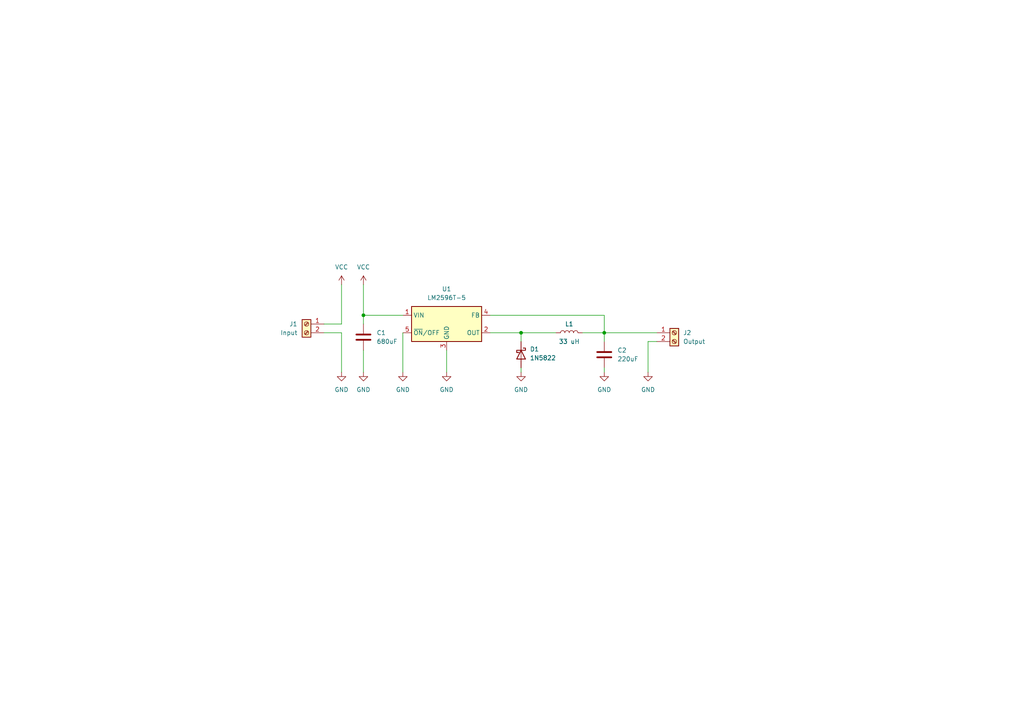
<source format=kicad_sch>
(kicad_sch (version 20211123) (generator eeschema)
  (paper "A4")
  (title_block (title "LM2596 Based 5V Regulator") (date "2022-02-27") (rev "v1.0") (comment 2 "creativecommons.org/licenses/by/4.0/") (comment 3 "License: CC BY 4.0") (comment 4 "Author: Mehmet Emre Doğan"))
  (lib_symbols
    (symbol "Connector:Screw_Terminal_01x02" (pin_names (offset 1.016) hide)
      (property "Reference" "J" (at 0 2.54 0))
      (property "Value" "Screw_Terminal_01x02" (at 0 -5.08 0))
      (symbol "Screw_Terminal_01x02_1_1"
        (rectangle (start -1.27 1.27) (end 1.27 -3.81) (stroke (width 0.254)) (fill (type background)))
        (circle (center 0 -2.54) (radius 0.635) (stroke (width 0.1524)))
        (polyline (pts (xy -0.5334 -2.2098) (xy 0.3302 -3.048)) (stroke (width 0.1524)))
        (polyline (pts (xy -0.5334 0.3302) (xy 0.3302 -0.508)) (stroke (width 0.1524)))
        (polyline (pts (xy -0.3556 -2.032) (xy 0.508 -2.8702)) (stroke (width 0.1524)))
        (polyline (pts (xy -0.3556 0.508) (xy 0.508 -0.3302)) (stroke (width 0.1524)))
        (circle (center 0 0) (radius 0.635) (stroke (width 0.1524)))
        (pin passive line (at -5.08 0 0) (length 3.81) (name "Pin_1") (number "1"))
        (pin passive line (at -5.08 -2.54 0) (length 3.81) (name "Pin_2") (number "2"))
      )
    )
    (symbol "Device:C" (pin_numbers hide) (pin_names (offset 0.254))
      (property "Reference" "C" (at 0.635 2.54 0))
      (property "Value" "C" (at 0.635 -2.54 0))
      (symbol "C_0_1"
        (polyline (pts (xy -2.032 -0.762) (xy 2.032 -0.762)) (stroke (width 0.508)))
        (polyline (pts (xy -2.032 0.762) (xy 2.032 0.762)) (stroke (width 0.508)))
      )
      (symbol "C_1_1"
        (pin passive line (at 0 3.81 270) (length 2.794) (name "~") (number "1"))
        (pin passive line (at 0 -3.81 90) (length 2.794) (name "~") (number "2"))
      )
    )
    (symbol "Device:L" (pin_numbers hide) (pin_names (offset 1.016) hide)
      (property "Reference" "L" (at -1.27 0 90))
      (property "Value" "L" (at 1.905 0 90))
      (symbol "L_0_1"
        (arc (start 0 -2.54) (mid 0.635 -1.905) (end 0 -1.27))
        (arc (start 0 -1.27) (mid 0.635 -0.635) (end 0 0))
        (arc (start 0 0) (mid 0.635 0.635) (end 0 1.27))
        (arc (start 0 1.27) (mid 0.635 1.905) (end 0 2.54))
      )
      (symbol "L_1_1"
        (pin passive line (at 0 3.81 270) (length 1.27) (name "1") (number "1"))
        (pin passive line (at 0 -3.81 90) (length 1.27) (name "2") (number "2"))
      )
    )
    (symbol "Diode:1N5822" (pin_numbers hide) (pin_names (offset 1.016) hide)
      (property "Reference" "D" (at 0 2.54 0))
      (property "Value" "1N5822" (at 0 -2.54 0))
      (symbol "1N5822_0_1"
        (polyline (pts (xy 1.27 0) (xy -1.27 0)))
        (polyline (pts (xy 1.27 1.27) (xy 1.27 -1.27) (xy -1.27 0) (xy 1.27 1.27)) (stroke (width 0.254)))
        (polyline (pts (xy -1.905 0.635) (xy -1.905 1.27) (xy -1.27 1.27) (xy -1.27 -1.27) (xy -0.635 -1.27) (xy -0.635 -0.635)) (stroke (width 0.254)))
      )
      (symbol "1N5822_1_1"
        (pin passive line (at -3.81 0 0) (length 2.54) (name "K") (number "1"))
        (pin passive line (at 3.81 0 180) (length 2.54) (name "A") (number "2"))
      )
    )
    (symbol "Regulator_Switching:LM2596T-5"
      (property "Reference" "U" (at -10.16 6.35 0))
      (property "Value" "LM2596T-5" (at 0 6.35 0))
      (symbol "LM2596T-5_0_1"
        (rectangle (start -10.16 5.08) (end 10.16 -5.08) (stroke (width 0.254)) (fill (type background)))
      )
      (symbol "LM2596T-5_1_1"
        (pin power_in line (at -12.7 2.54 0) (length 2.54) (name "VIN") (number "1"))
        (pin output line (at 12.7 -2.54 180) (length 2.54) (name "OUT") (number "2"))
        (pin power_in line (at 0 -7.62 90) (length 2.54) (name "GND") (number "3"))
        (pin input line (at 12.7 2.54 180) (length 2.54) (name "FB") (number "4"))
        (pin input line (at -12.7 -2.54 0) (length 2.54) (name "~{ON}/OFF") (number "5"))
      )
    )
    (symbol "power:GND" (power) (pin_names (offset 0))
      (property "Value" "GND" (at 0 -3.81 0))
      (symbol "GND_0_1"
        (polyline (pts (xy 0 0) (xy 0 -1.27) (xy 1.27 -1.27) (xy 0 -2.54) (xy -1.27 -1.27) (xy 0 -1.27)))
      )
      (symbol "GND_1_1"
        (pin power_in line (at 0 0 270) (length 0) hide (name "GND") (number "1"))
      )
    )
    (symbol "power:VCC" (power) (pin_names (offset 0))
      (property "Value" "VCC" (at 0 3.81 0))
      (symbol "VCC_0_1"
        (polyline (pts (xy -0.762 1.27) (xy 0 2.54)))
        (polyline (pts (xy 0 0) (xy 0 2.54)))
        (polyline (pts (xy 0 2.54) (xy 0.762 1.27)))
      )
      (symbol "VCC_1_1"
        (pin power_in line (at 0 0 90) (length 0) hide (name "VCC") (number "1"))
      )
    )
  )
  (junction (at 151.13 96.52))
  (junction (at 175.26 96.52))
  (junction (at 105.41 91.44))
  (wire (pts (xy 129.54 101.6) (xy 129.54 107.95)))
  (wire (pts (xy 105.41 91.44) (xy 116.84 91.44)))
  (wire (pts (xy 105.41 82.55) (xy 105.41 91.44)))
  (wire (pts (xy 190.5 99.06) (xy 187.96 99.06)))
  (wire (pts (xy 175.26 91.44) (xy 175.26 96.52)))
  (wire (pts (xy 99.06 82.55) (xy 99.06 93.98)))
  (wire (pts (xy 142.24 96.52) (xy 151.13 96.52)))
  (wire (pts (xy 175.26 96.52) (xy 175.26 99.06)))
  (wire (pts (xy 168.91 96.52) (xy 175.26 96.52)))
  (wire (pts (xy 151.13 106.68) (xy 151.13 107.95)))
  (wire (pts (xy 93.98 96.52) (xy 99.06 96.52)))
  (wire (pts (xy 142.24 91.44) (xy 175.26 91.44)))
  (wire (pts (xy 175.26 106.68) (xy 175.26 107.95)))
  (wire (pts (xy 151.13 96.52) (xy 161.29 96.52)))
  (wire (pts (xy 93.98 93.98) (xy 99.06 93.98)))
  (wire (pts (xy 187.96 99.06) (xy 187.96 107.95)))
  (wire (pts (xy 105.41 91.44) (xy 105.41 93.98)))
  (wire (pts (xy 175.26 96.52) (xy 190.5 96.52)))
  (wire (pts (xy 116.84 96.52) (xy 116.84 107.95)))
  (wire (pts (xy 151.13 99.06) (xy 151.13 96.52)))
  (wire (pts (xy 99.06 96.52) (xy 99.06 107.95)))
  (wire (pts (xy 105.41 101.6) (xy 105.41 107.95)))
  (symbol (lib_id "power:GND") (at 129.54 107.95 0) (unit 1)
    (property "Reference" "#PWR06" (effects hide))
    (property "Value" "GND" (at 129.54 113.03 0))
  )
  (symbol (lib_id "power:GND") (at 116.84 107.95 0) (unit 1)
    (property "Reference" "#PWR05" (effects hide))
    (property "Value" "GND" (at 116.84 113.03 0))
  )
  (symbol (lib_id "power:VCC") (at 99.06 82.55 0) (unit 1)
    (property "Reference" "#PWR01" (effects hide))
    (property "Value" "VCC" (at 99.06 77.47 0))
  )
  (symbol (lib_id "Diode:1N5822") (at 151.13 102.87 270) (unit 1)
    (property "Reference" "D1" (at 153.67 101.2824 90) (effects (justify left)))
    (property "Value" "1N5822" (at 153.67 103.8224 90) (effects (justify left)))
    (property "Footprint" "Diode_THT:D_DO-201AD_P15.24mm_Horizontal" (effects hide))
    (property "Datasheet" "http://www.vishay.com/docs/88526/1n5820.pdf" (effects hide))
  )
  (symbol (lib_id "Device:C") (at 175.26 102.87 0) (unit 1)
    (property "Reference" "C2" (at 179.07 101.5999 0) (effects (justify left)))
    (property "Value" "220uF" (at 179.07 104.1399 0) (effects (justify left)))
    (property "Footprint" "Capacitor_THT:CP_Radial_D8.0mm_P5.00mm" (effects hide))
  )
  (symbol (lib_id "power:GND") (at 151.13 107.95 0) (unit 1)
    (property "Reference" "#PWR07" (effects hide))
    (property "Value" "GND" (at 151.13 113.03 0))
  )
  (symbol (lib_id "Device:C") (at 105.41 97.79 0) (unit 1)
    (property "Reference" "C1" (at 109.22 96.5199 0) (effects (justify left)))
    (property "Value" "680uF" (at 109.22 99.0599 0) (effects (justify left)))
    (property "Footprint" "Capacitor_THT:CP_Radial_D12.5mm_P5.00mm" (effects hide))
  )
  (symbol (lib_id "Connector:Screw_Terminal_01x02") (at 88.9 93.98 0) (mirror y) (unit 1)
    (property "Reference" "J1" (at 85.09 93.98 0))
    (property "Value" "Input" (at 83.82 96.52 0))
    (property "Footprint" "TerminalBlock_MetzConnect:TerminalBlock_MetzConnect_Type101_RT01602HBWC_1x02_P5.08mm_Horizontal" (effects hide))
  )
  (symbol (lib_id "Connector:Screw_Terminal_01x02") (at 195.58 96.52 0) (unit 1)
    (property "Reference" "J2" (at 198.12 96.5199 0) (effects (justify left)))
    (property "Value" "Output" (at 198.12 99.0599 0) (effects (justify left)))
    (property "Footprint" "TerminalBlock_MetzConnect:TerminalBlock_MetzConnect_Type101_RT01602HBWC_1x02_P5.08mm_Horizontal" (effects hide))
  )
  (symbol (lib_id "power:GND") (at 187.96 107.95 0) (unit 1)
    (property "Reference" "#PWR09" (effects hide))
    (property "Value" "GND" (at 187.96 113.03 0))
  )
  (symbol (lib_id "power:GND") (at 175.26 107.95 0) (unit 1)
    (property "Reference" "#PWR08" (effects hide))
    (property "Value" "GND" (at 175.26 113.03 0))
  )
  (symbol (lib_id "Device:L") (at 165.1 96.52 90) (unit 1)
    (property "Reference" "L1" (at 165.1 93.98 90))
    (property "Value" "33 uH" (at 165.1 99.06 90))
    (property "Footprint" "Inductor_SMD:L_12x12mm_H6mm" (effects hide))
  )
  (symbol (lib_id "power:GND") (at 99.06 107.95 0) (unit 1)
    (property "Reference" "#PWR02" (effects hide))
    (property "Value" "GND" (at 99.06 113.03 0))
  )
  (symbol (lib_id "power:GND") (at 105.41 107.95 0) (unit 1)
    (property "Reference" "#PWR04" (effects hide))
    (property "Value" "GND" (at 105.41 113.03 0))
  )
  (symbol (lib_id "Regulator_Switching:LM2596T-5") (at 129.54 93.98 0) (unit 1)
    (property "Reference" "U1" (at 129.54 83.82 0))
    (property "Value" "LM2596T-5" (at 129.54 86.36 0))
    (property "Footprint" "Package_TO_SOT_THT:TO-220-5_P3.4x3.7mm_StaggerOdd_Lead3.8mm_Vertical" (effects hide))
    (property "Datasheet" "http://www.ti.com/lit/ds/symlink/lm2596.pdf" (effects hide))
  )
  (symbol (lib_id "power:VCC") (at 105.41 82.55 0) (unit 1)
    (property "Reference" "#PWR03" (effects hide))
    (property "Value" "VCC" (at 105.41 77.47 0))
  )
)
</source>
